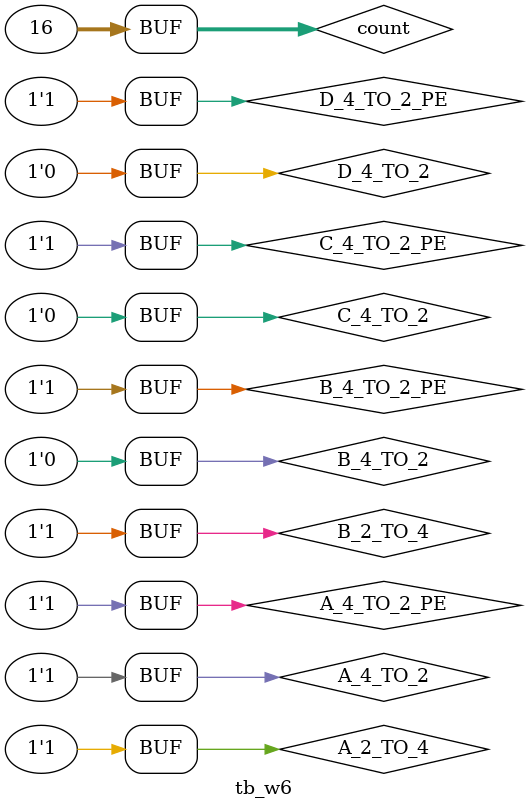
<source format=v>
`timescale 1ns/1ns

module tb_w6;
	
	//////////////////////////////////
	//////////////////////////////////
	//////////////////////////////////
	//4:2 Encoder
	//input 
	reg A_4_TO_2, B_4_TO_2, C_4_TO_2, D_4_TO_2;
	
	//output
	wire OUTPUT1_4_TO_2_B, OUTPUT0_4_TO_2_B; //behavioral modeling
	wire OUTPUT1_4_TO_2_D, OUTPUT0_4_TO_2_D; //dataflow modeling
	wire OUTPUT1_4_TO_2_G, OUTPUT0_4_TO_2_G; //gatelevel modeling	
	
	//////////////////////////////////
	//////////////////////////////////
	//////////////////////////////////
	//2:4 Decoder
	//input 
	reg A_2_TO_4, B_2_TO_4;
	
	//output
	wire OUTPUT3_2_TO_4_B, OUTPUT2_2_TO_4_B, OUTPUT1_2_TO_4_B, OUTPUT0_2_TO_4_B; //behavioral modeling
	wire OUTPUT3_2_TO_4_D, OUTPUT2_2_TO_4_D, OUTPUT1_2_TO_4_D, OUTPUT0_2_TO_4_D; //dataflow modeling
	wire OUTPUT3_2_TO_4_G, OUTPUT2_2_TO_4_G, OUTPUT1_2_TO_4_G, OUTPUT0_2_TO_4_G; //gatelevel modeling

	//////////////////////////////////
	//////////////////////////////////
	//////////////////////////////////
	//4:2 Priority Encoder
	//input 
	reg A_4_TO_2_PE, B_4_TO_2_PE, C_4_TO_2_PE, D_4_TO_2_PE;
	
	//output
	wire OUTPUT0_4_TO_2_PE_B, OUTPUT1_4_TO_2_PE_B;
	wire OUTPUT0_4_TO_2_PE_D, OUTPUT1_4_TO_2_PE_D;
	wire OUTPUT0_4_TO_2_PE_G, OUTPUT1_4_TO_2_PE_G;
	
	//temporal variable for loop
	//You may use it to create your test plan for the 4:2 priority module
	integer count;

	//Module instantiation
	//4:2 Encoder
	four_to_two_encoder_behavioral_module four_to_two_encoder_behavioral( .a(A_4_TO_2), .b(B_4_TO_2), .c(C_4_TO_2), .d(D_4_TO_2),
	                                                                      .out0(OUTPUT0_4_TO_2_B), .out1(OUTPUT1_4_TO_2_B));	
	four_to_two_encoder_dataflow_module four_to_two_encoder_dataflow( .a(A_4_TO_2), .b(B_4_TO_2), .c(C_4_TO_2), .d(D_4_TO_2),
	                                                                  .out0(OUTPUT0_4_TO_2_D), .out1(OUTPUT1_4_TO_2_D));
	four_to_two_encoder_gatelevel_module four_to_two_encoder_gatelevel( .a(A_4_TO_2), .b(B_4_TO_2), .c(C_4_TO_2), .d(D_4_TO_2),
	                                                                    .out0(OUTPUT0_4_TO_2_G), .out1(OUTPUT1_4_TO_2_G));
	
	
	//2:4 Decoder
	two_to_four_decoder_behavioral_module two_to_four_decoder_behavioral(.a(A_2_TO_4), .b(B_2_TO_4),
	                  .out0(OUTPUT0_2_TO_4_B), .out1(OUTPUT1_2_TO_4_B), .out2(OUTPUT2_2_TO_4_B), .out3(OUTPUT3_2_TO_4_B));
	two_to_four_decoder_dataflow_module two_to_four_decoder_dataflow(.a(A_2_TO_4), .b(B_2_TO_4),
	                  .out0(OUTPUT0_2_TO_4_D), .out1(OUTPUT1_2_TO_4_D), .out2(OUTPUT2_2_TO_4_D), .out3(OUTPUT3_2_TO_4_D));
	two_to_four_decoder_gatelevel_module two_to_four_decoder_gatelevel(.a(A_2_TO_4), .b(B_2_TO_4),
	                  .out0(OUTPUT0_2_TO_4_G), .out1(OUTPUT1_2_TO_4_G), .out2(OUTPUT2_2_TO_4_G), .out3(OUTPUT3_2_TO_4_G));
	
	//4:2 Priority encoder
	four_to_two_priority_encoder_behavioral_module four_to_two_priority_encoder_behavioral( .a(A_4_TO_2_PE), .b(B_4_TO_2_PE),
	                                   .c(C_4_TO_2_PE), .d(D_4_TO_2_PE), .out0(OUTPUT0_4_TO_2_PE_B), .out1(OUTPUT1_4_TO_2_PE_B));	
	four_to_two_priority_encoder_dataflow_module four_to_two_priority_encoder_dataflow( .a(A_4_TO_2_PE), .b(B_4_TO_2_PE),
	                                   .c(C_4_TO_2_PE), .d(D_4_TO_2_PE), .out0(OUTPUT0_4_TO_2_PE_D), .out1(OUTPUT1_4_TO_2_PE_D));
	four_to_two_priority_encoder_gatelevel_module four_to_two_priority_encoder_gatelevel( .a(A_4_TO_2_PE), .b(B_4_TO_2_PE),
	                                   .c(C_4_TO_2_PE), .d(D_4_TO_2_PE), .out0(OUTPUT0_4_TO_2_PE_G), .out1(OUTPUT1_4_TO_2_PE_G));
	
	
	initial
	begin
		 A_4_TO_2 = 1'b0; B_4_TO_2 = 1'b0; C_4_TO_2 = 1'b0; D_4_TO_2 = 1'b0;
		 A_2_TO_4 = 1'b0; B_2_TO_4 = 1'b0;
		 A_4_TO_2_PE = 1'b0; B_4_TO_2_PE = 1'b0; C_4_TO_2_PE = 1'b0; D_4_TO_2_PE = 1'b0; 
	end
	
	initial 
	begin	
		 
		 // Test pattern for 4:2 Encoder
		#10 A_4_TO_2 = 1'b0; B_4_TO_2 = 1'b0; C_4_TO_2 = 1'b0; D_4_TO_2 = 1'b1;	 
		#10 A_4_TO_2 = 1'b0; B_4_TO_2 = 1'b0; C_4_TO_2 = 1'b1; D_4_TO_2 = 1'b0;	
		#10 A_4_TO_2 = 1'b0; B_4_TO_2 = 1'b1; C_4_TO_2 = 1'b0; D_4_TO_2 = 1'b0;	
		#10 A_4_TO_2 = 1'b1; B_4_TO_2 = 1'b0; C_4_TO_2 = 1'b0; D_4_TO_2 = 1'b0;	
		
		#90 //delay to border the test of 2:4 Decoder
		#10 A_2_TO_4 = 1'b0; B_2_TO_4 = 1'b0;
		#10 A_2_TO_4 = 1'b0; B_2_TO_4 = 1'b1;
		#10 A_2_TO_4 = 1'b1; B_2_TO_4 = 1'b0;
		#10 A_2_TO_4 = 1'b1; B_2_TO_4 = 1'b1;
		
		#90 //delay to border the test of 4:2 Priority encoder
		for (count = 0; count < 16; count = count + 1)
		  #10 {D_4_TO_2_PE, C_4_TO_2_PE, B_4_TO_2_PE, A_4_TO_2_PE} = count;

	end
	
endmodule



</source>
